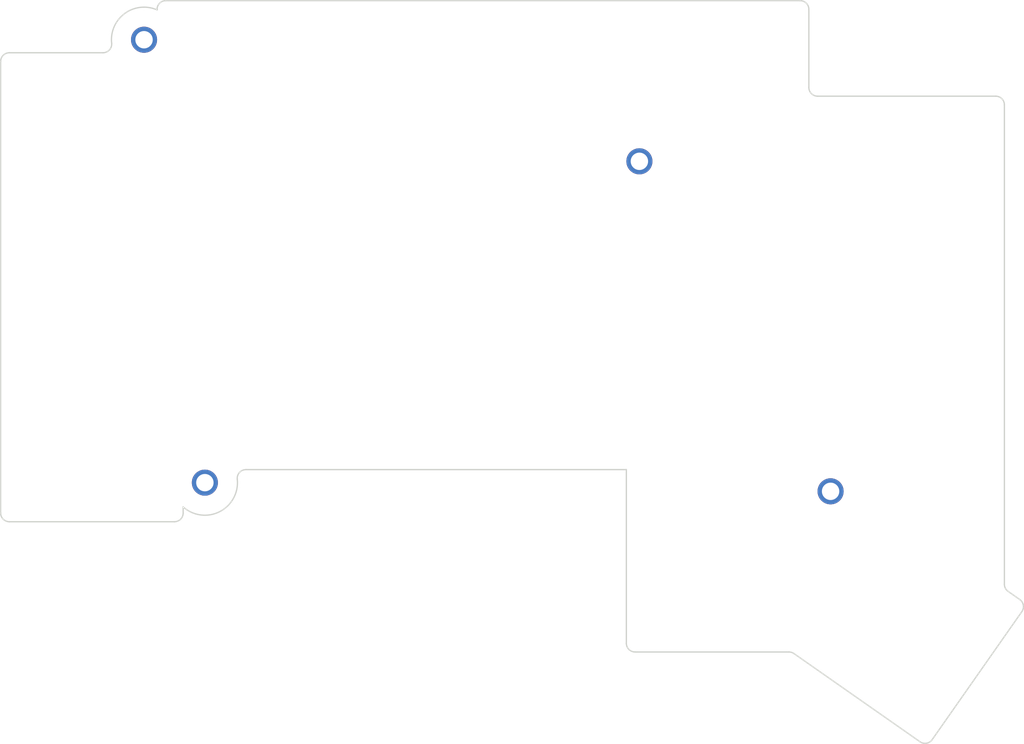
<source format=kicad_pcb>
(kicad_pcb (version 20241229) (generator "pcbnew") (generator_version "9.0")
  (title_block (title "dofeKeyboard_bottomPlate") (rev "v1.0.0") (company "Unknown"))
  (layers (0 "F.Cu" signal) (2 "B.Cu" signal) (13 "F.Paste" user) (15 "B.Paste" user) (5 "F.SilkS" user "F.Silkscreen") (7 "B.SilkS" user "B.Silkscreen") (1 "F.Mask" user) (3 "B.Mask" user) (25 "Edge.Cuts" user))
  (net 0 "")
  (footprint "ceoloide:mounting_hole_plated" (layer "F.Cu") (at 169.5 145)
    (property "Reference" "H2" (hide yes))
    (property "Value" "")
    (pad "" thru_hole circle (at 0 0) (size 3 3) (drill 2) (layers "*.Cu" "*.Mask"))
  )
  (footprint "ceoloide:mounting_hole_plated" (layer "F.Cu") (at 162.5 94)
    (property "Reference" "H1" (hide yes))
    (property "Value" "")
    (pad "" thru_hole circle (at 0 0) (size 3 3) (drill 2) (layers "*.Cu" "*.Mask"))
  )
  (footprint "ceoloide:mounting_hole_plated" (layer "F.Cu") (at 241.5 146)
    (property "Reference" "H3" (hide yes))
    (property "Value" "")
    (pad "" thru_hole circle (at 0 0) (size 3 3) (drill 2) (layers "*.Cu" "*.Mask"))
  )
  (footprint "ceoloide:mounting_hole_plated" (layer "F.Cu") (at 219.5 108)
    (property "Reference" "H4" (hide yes))
    (property "Value" "")
    (pad "" thru_hole circle (at 0 0) (size 3 3) (drill 2) (layers "*.Cu" "*.Mask"))
  )
  (gr_arc (start 236.711753 164.5) (mid 237.012459 164.546283) (end 237.285329 164.680848) (stroke (width 0.15)) (layer "Edge.Cuts"))
  (gr_arc (start 253.186677 174.594317) (mid 252.541173 175.005548) (end 251.793948 174.839892) (stroke (width 0.15)) (layer "Edge.Cuts"))
  (gr_arc (start 167 148.5) (mid 166.707107 149.207107) (end 166 149.5) (stroke (width 0.15)) (layer "Edge.Cuts"))
  (gr_arc (start 147 149.5) (mid 146.292893 149.207107) (end 146 148.5) (stroke (width 0.15)) (layer "Edge.Cuts"))
  (gr_line (start 240 100.5) (end 260.5 100.5) (stroke (width 0.15)) (layer "Edge.Cuts"))
  (gr_arc (start 260.5 100.5) (mid 261.207107 100.792893) (end 261.5 101.5) (stroke (width 0.15)) (layer "Edge.Cuts"))
  (gr_line (start 147 149.5) (end 166 149.5) (stroke (width 0.15)) (layer "Edge.Cuts"))
  (gr_line (start 219 164.5) (end 236.711753 164.5) (stroke (width 0.15)) (layer "Edge.Cuts"))
  (gr_arc (start 263.265477 158.456851) (mid 263.676708 159.102355) (end 263.511052 159.84958) (stroke (width 0.15)) (layer "Edge.Cuts"))
  (gr_arc (start 219 164.5) (mid 218.292893 164.207107) (end 218 163.5) (stroke (width 0.15)) (layer "Edge.Cuts"))
  (gr_arc (start 146 96.5) (mid 146.292893 95.792893) (end 147 95.5) (stroke (width 0.15)) (layer "Edge.Cuts"))
  (gr_line (start 164 90.5) (end 164 90.563068) (stroke (width 0.15)) (layer "Edge.Cuts"))
  (gr_line (start 157.776389 95.5) (end 147 95.5) (stroke (width 0.15)) (layer "Edge.Cuts"))
  (gr_line (start 218 163.5) (end 218 143.5) (stroke (width 0.15)) (layer "Edge.Cuts"))
  (gr_line (start 165 89.5) (end 238 89.5) (stroke (width 0.15)) (layer "Edge.Cuts"))
  (gr_line (start 174.223611 143.5) (end 218 143.5) (stroke (width 0.15)) (layer "Edge.Cuts"))
  (gr_arc (start 158.770833 94.394737) (mid 158.519781 95.168856) (end 157.776389 95.5) (stroke (width 0.15)) (layer "Edge.Cuts"))
  (gr_line (start 167 148.5) (end 167 147.795085) (stroke (width 0.15)) (layer "Edge.Cuts"))
  (gr_line (start 146 148.5) (end 146 96.5) (stroke (width 0.15)) (layer "Edge.Cuts"))
  (gr_arc (start 158.770833 94.394737) (mid 160.283535 90.975139) (end 164 90.563068) (stroke (width 0.15)) (layer "Edge.Cuts"))
  (gr_arc (start 261.926424 157.519236) (mid 261.612989 157.161833) (end 261.5 156.700084) (stroke (width 0.15)) (layer "Edge.Cuts"))
  (gr_line (start 237.285329 164.680848) (end 251.793948 174.839892) (stroke (width 0.15)) (layer "Edge.Cuts"))
  (gr_arc (start 240 100.5) (mid 239.292893 100.207107) (end 239 99.5) (stroke (width 0.15)) (layer "Edge.Cuts"))
  (gr_line (start 263.265477 158.456851) (end 261.926424 157.519236) (stroke (width 0.15)) (layer "Edge.Cuts"))
  (gr_arc (start 173.229167 144.605263) (mid 171.209226 148.337821) (end 167 147.795085) (stroke (width 0.15)) (layer "Edge.Cuts"))
  (gr_arc (start 164 90.5) (mid 164.292893 89.792893) (end 165 89.5) (stroke (width 0.15)) (layer "Edge.Cuts"))
  (gr_arc (start 238 89.5) (mid 238.707107 89.792893) (end 239 90.5) (stroke (width 0.15)) (layer "Edge.Cuts"))
  (gr_arc (start 173.229167 144.605263) (mid 173.480219 143.831144) (end 174.223611 143.5) (stroke (width 0.15)) (layer "Edge.Cuts"))
  (gr_line (start 261.5 156.700084) (end 261.5 101.5) (stroke (width 0.15)) (layer "Edge.Cuts"))
  (gr_line (start 239 99.5) (end 239 90.5) (stroke (width 0.15)) (layer "Edge.Cuts"))
  (gr_line (start 253.186677 174.594317) (end 263.511052 159.84958) (stroke (width 0.15)) (layer "Edge.Cuts"))
)
</source>
